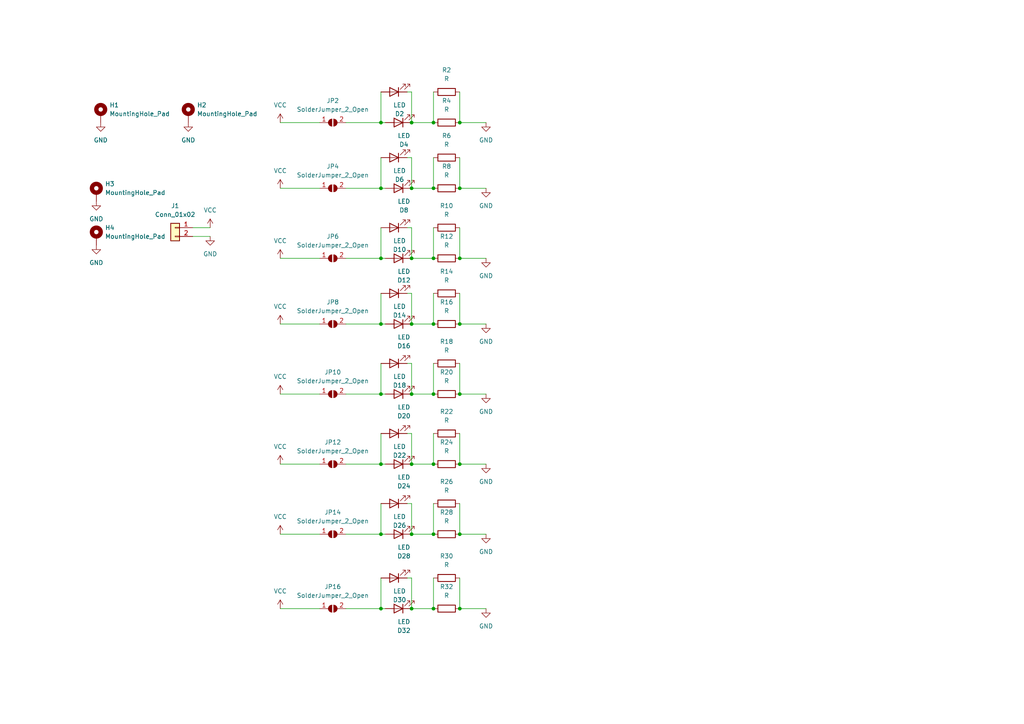
<source format=kicad_sch>
(kicad_sch (version 20211123) (generator eeschema)
  (paper "A4")
  (lib_symbols
    (symbol "Connector_Generic:Conn_01x02" (pin_names (offset 1.016) hide)
      (property "Reference" "J" (at 0 2.54 0))
      (property "Value" "Conn_01x02" (at 0 -5.08 0))
      (symbol "Conn_01x02_1_1"
        (rectangle (start -1.27 -2.413) (end 0 -2.667) (stroke (width 0.1524)))
        (rectangle (start -1.27 0.127) (end 0 -0.127) (stroke (width 0.1524)))
        (rectangle (start -1.27 1.27) (end 1.27 -3.81) (stroke (width 0.254)) (fill (type background)))
        (pin passive line (at -5.08 0 0) (length 3.81) (name "Pin_1") (number "1"))
        (pin passive line (at -5.08 -2.54 0) (length 3.81) (name "Pin_2") (number "2"))
      )
    )
    (symbol "Device:LED" (pin_numbers hide) (pin_names (offset 1.016) hide)
      (property "Reference" "D" (at 0 2.54 0))
      (property "Value" "LED" (at 0 -2.54 0))
      (symbol "LED_0_1"
        (polyline (pts (xy -1.27 -1.27) (xy -1.27 1.27)) (stroke (width 0.254)))
        (polyline (pts (xy -1.27 0) (xy 1.27 0)))
        (polyline (pts (xy 1.27 -1.27) (xy 1.27 1.27) (xy -1.27 0) (xy 1.27 -1.27)) (stroke (width 0.254)))
        (polyline (pts (xy -3.048 -0.762) (xy -4.572 -2.286) (xy -3.81 -2.286) (xy -4.572 -2.286) (xy -4.572 -1.524)))
        (polyline (pts (xy -1.778 -0.762) (xy -3.302 -2.286) (xy -2.54 -2.286) (xy -3.302 -2.286) (xy -3.302 -1.524)))
      )
      (symbol "LED_1_1"
        (pin passive line (at -3.81 0 0) (length 2.54) (name "K") (number "1"))
        (pin passive line (at 3.81 0 180) (length 2.54) (name "A") (number "2"))
      )
    )
    (symbol "Device:R" (pin_numbers hide) (pin_names (offset 0))
      (property "Reference" "R" (at 2.032 0 90))
      (property "Value" "R" (at 0 0 90))
      (symbol "R_0_1"
        (rectangle (start -1.016 -2.54) (end 1.016 2.54) (stroke (width 0.254)))
      )
      (symbol "R_1_1"
        (pin passive line (at 0 3.81 270) (length 1.27) (name "~") (number "1"))
        (pin passive line (at 0 -3.81 90) (length 1.27) (name "~") (number "2"))
      )
    )
    (symbol "Jumper:SolderJumper_2_Open" (pin_names (offset 0) hide)
      (property "Reference" "JP" (at 0 2.032 0))
      (property "Value" "SolderJumper_2_Open" (at 0 -2.54 0))
      (symbol "SolderJumper_2_Open_0_1"
        (arc (start -0.254 1.016) (mid -1.27 0) (end -0.254 -1.016))
        (arc (start -0.254 1.016) (mid -1.27 0) (end -0.254 -1.016) (fill (type outline)))
        (polyline (pts (xy -0.254 1.016) (xy -0.254 -1.016)))
        (polyline (pts (xy 0.254 1.016) (xy 0.254 -1.016)))
        (arc (start 0.254 -1.016) (mid 1.27 0) (end 0.254 1.016))
        (arc (start 0.254 -1.016) (mid 1.27 0) (end 0.254 1.016) (fill (type outline)))
      )
      (symbol "SolderJumper_2_Open_1_1"
        (pin passive line (at -3.81 0 0) (length 2.54) (name "A") (number "1"))
        (pin passive line (at 3.81 0 180) (length 2.54) (name "B") (number "2"))
      )
    )
    (symbol "Mechanical:MountingHole_Pad" (pin_numbers hide) (pin_names (offset 1.016) hide)
      (property "Reference" "H" (at 0 6.35 0))
      (property "Value" "MountingHole_Pad" (at 0 4.445 0))
      (symbol "MountingHole_Pad_0_1"
        (circle (center 0 1.27) (radius 1.27) (stroke (width 1.27)))
      )
      (symbol "MountingHole_Pad_1_1"
        (pin input line (at 0 -2.54 90) (length 2.54) (name "1") (number "1"))
      )
    )
    (symbol "power:GND" (power) (pin_names (offset 0))
      (property "Value" "GND" (at 0 -3.81 0))
      (symbol "GND_0_1"
        (polyline (pts (xy 0 0) (xy 0 -1.27) (xy 1.27 -1.27) (xy 0 -2.54) (xy -1.27 -1.27) (xy 0 -1.27)))
      )
      (symbol "GND_1_1"
        (pin power_in line (at 0 0 270) (length 0) hide (name "GND") (number "1"))
      )
    )
    (symbol "power:VCC" (power) (pin_names (offset 0))
      (property "Value" "VCC" (at 0 3.81 0))
      (symbol "VCC_0_1"
        (polyline (pts (xy -0.762 1.27) (xy 0 2.54)))
        (polyline (pts (xy 0 0) (xy 0 2.54)))
        (polyline (pts (xy 0 2.54) (xy 0.762 1.27)))
      )
      (symbol "VCC_1_1"
        (pin power_in line (at 0 0 90) (length 0) hide (name "VCC") (number "1"))
      )
    )
  )
  (junction (at 110.49 154.94))
  (junction (at 125.73 54.61))
  (junction (at 133.35 154.94))
  (junction (at 125.73 74.93))
  (junction (at 133.35 114.3))
  (junction (at 119.38 93.98))
  (junction (at 133.35 74.93))
  (junction (at 125.73 35.56))
  (junction (at 119.38 154.94))
  (junction (at 110.49 54.61))
  (junction (at 133.35 134.62))
  (junction (at 110.49 114.3))
  (junction (at 119.38 74.93))
  (junction (at 119.38 35.56))
  (junction (at 133.35 54.61))
  (junction (at 133.35 35.56))
  (junction (at 110.49 176.53))
  (junction (at 110.49 93.98))
  (junction (at 125.73 134.62))
  (junction (at 133.35 176.53))
  (junction (at 119.38 134.62))
  (junction (at 119.38 114.3))
  (junction (at 125.73 93.98))
  (junction (at 110.49 74.93))
  (junction (at 125.73 154.94))
  (junction (at 125.73 114.3))
  (junction (at 119.38 54.61))
  (junction (at 133.35 93.98))
  (junction (at 119.38 176.53))
  (junction (at 110.49 134.62))
  (junction (at 110.49 35.56))
  (junction (at 125.73 176.53))
  (wire (pts (xy 110.49 105.41) (xy 110.49 114.3)))
  (wire (pts (xy 125.73 45.72) (xy 125.73 54.61)))
  (wire (pts (xy 118.11 146.05) (xy 119.38 146.05)))
  (wire (pts (xy 119.38 54.61) (xy 119.38 45.72)))
  (wire (pts (xy 119.38 154.94) (xy 125.73 154.94)))
  (wire (pts (xy 118.11 105.41) (xy 119.38 105.41)))
  (wire (pts (xy 133.35 176.53) (xy 140.97 176.53)))
  (wire (pts (xy 81.28 93.98) (xy 92.71 93.98)))
  (wire (pts (xy 133.35 26.67) (xy 133.35 35.56)))
  (wire (pts (xy 100.33 114.3) (xy 110.49 114.3)))
  (wire (pts (xy 133.35 154.94) (xy 140.97 154.94)))
  (wire (pts (xy 118.11 167.64) (xy 119.38 167.64)))
  (wire (pts (xy 125.73 66.04) (xy 125.73 74.93)))
  (wire (pts (xy 119.38 74.93) (xy 125.73 74.93)))
  (wire (pts (xy 119.38 176.53) (xy 125.73 176.53)))
  (wire (pts (xy 100.33 93.98) (xy 110.49 93.98)))
  (wire (pts (xy 119.38 176.53) (xy 119.38 167.64)))
  (wire (pts (xy 125.73 85.09) (xy 125.73 93.98)))
  (wire (pts (xy 119.38 93.98) (xy 119.38 85.09)))
  (wire (pts (xy 100.33 176.53) (xy 110.49 176.53)))
  (wire (pts (xy 118.11 26.67) (xy 119.38 26.67)))
  (wire (pts (xy 125.73 146.05) (xy 125.73 154.94)))
  (wire (pts (xy 119.38 154.94) (xy 119.38 146.05)))
  (wire (pts (xy 110.49 176.53) (xy 111.76 176.53)))
  (wire (pts (xy 133.35 93.98) (xy 140.97 93.98)))
  (wire (pts (xy 118.11 66.04) (xy 119.38 66.04)))
  (wire (pts (xy 118.11 85.09) (xy 119.38 85.09)))
  (wire (pts (xy 110.49 54.61) (xy 111.76 54.61)))
  (wire (pts (xy 119.38 134.62) (xy 119.38 125.73)))
  (wire (pts (xy 81.28 35.56) (xy 92.71 35.56)))
  (wire (pts (xy 110.49 85.09) (xy 110.49 93.98)))
  (wire (pts (xy 110.49 134.62) (xy 111.76 134.62)))
  (wire (pts (xy 55.88 66.04) (xy 60.96 66.04)))
  (wire (pts (xy 119.38 35.56) (xy 125.73 35.56)))
  (wire (pts (xy 133.35 105.41) (xy 133.35 114.3)))
  (wire (pts (xy 81.28 54.61) (xy 92.71 54.61)))
  (wire (pts (xy 110.49 45.72) (xy 110.49 54.61)))
  (wire (pts (xy 133.35 54.61) (xy 140.97 54.61)))
  (wire (pts (xy 133.35 85.09) (xy 133.35 93.98)))
  (wire (pts (xy 125.73 167.64) (xy 125.73 176.53)))
  (wire (pts (xy 100.33 54.61) (xy 110.49 54.61)))
  (wire (pts (xy 119.38 114.3) (xy 125.73 114.3)))
  (wire (pts (xy 125.73 105.41) (xy 125.73 114.3)))
  (wire (pts (xy 125.73 26.67) (xy 125.73 35.56)))
  (wire (pts (xy 100.33 134.62) (xy 110.49 134.62)))
  (wire (pts (xy 133.35 167.64) (xy 133.35 176.53)))
  (wire (pts (xy 100.33 74.93) (xy 110.49 74.93)))
  (wire (pts (xy 110.49 66.04) (xy 110.49 74.93)))
  (wire (pts (xy 81.28 74.93) (xy 92.71 74.93)))
  (wire (pts (xy 119.38 134.62) (xy 125.73 134.62)))
  (wire (pts (xy 81.28 134.62) (xy 92.71 134.62)))
  (wire (pts (xy 100.33 35.56) (xy 110.49 35.56)))
  (wire (pts (xy 133.35 114.3) (xy 140.97 114.3)))
  (wire (pts (xy 133.35 45.72) (xy 133.35 54.61)))
  (wire (pts (xy 133.35 125.73) (xy 133.35 134.62)))
  (wire (pts (xy 81.28 114.3) (xy 92.71 114.3)))
  (wire (pts (xy 118.11 125.73) (xy 119.38 125.73)))
  (wire (pts (xy 133.35 134.62) (xy 140.97 134.62)))
  (wire (pts (xy 118.11 45.72) (xy 119.38 45.72)))
  (wire (pts (xy 110.49 146.05) (xy 110.49 154.94)))
  (wire (pts (xy 110.49 74.93) (xy 111.76 74.93)))
  (wire (pts (xy 81.28 154.94) (xy 92.71 154.94)))
  (wire (pts (xy 119.38 114.3) (xy 119.38 105.41)))
  (wire (pts (xy 110.49 114.3) (xy 111.76 114.3)))
  (wire (pts (xy 100.33 154.94) (xy 110.49 154.94)))
  (wire (pts (xy 110.49 125.73) (xy 110.49 134.62)))
  (wire (pts (xy 125.73 125.73) (xy 125.73 134.62)))
  (wire (pts (xy 110.49 35.56) (xy 111.76 35.56)))
  (wire (pts (xy 133.35 35.56) (xy 140.97 35.56)))
  (wire (pts (xy 119.38 35.56) (xy 119.38 26.67)))
  (wire (pts (xy 110.49 26.67) (xy 110.49 35.56)))
  (wire (pts (xy 55.88 68.58) (xy 60.96 68.58)))
  (wire (pts (xy 81.28 176.53) (xy 92.71 176.53)))
  (wire (pts (xy 119.38 54.61) (xy 125.73 54.61)))
  (wire (pts (xy 110.49 154.94) (xy 111.76 154.94)))
  (wire (pts (xy 133.35 74.93) (xy 140.97 74.93)))
  (wire (pts (xy 110.49 167.64) (xy 110.49 176.53)))
  (wire (pts (xy 119.38 74.93) (xy 119.38 66.04)))
  (wire (pts (xy 119.38 93.98) (xy 125.73 93.98)))
  (wire (pts (xy 133.35 66.04) (xy 133.35 74.93)))
  (wire (pts (xy 133.35 146.05) (xy 133.35 154.94)))
  (wire (pts (xy 110.49 93.98) (xy 111.76 93.98)))
  (symbol (lib_id "Device:LED") (at 115.57 154.94 180) (unit 1)
    (property "Reference" "D28" (at 117.1575 161.29 0))
    (property "Value" "LED" (at 117.1575 158.75 0))
    (property "Footprint" "LED_SMD:LED_0805_2012Metric_Pad1.15x1.40mm_HandSolder" (effects hide))
  )
  (symbol (lib_id "Device:R") (at 129.54 66.04 270) (unit 1)
    (property "Reference" "R10" (at 129.54 59.69 90))
    (property "Value" "R" (at 129.54 62.23 90))
    (property "Footprint" "Resistor_SMD:R_0603_1608Metric_Pad0.98x0.95mm_HandSolder" (effects hide))
  )
  (symbol (lib_id "Device:R") (at 129.54 45.72 270) (unit 1)
    (property "Reference" "R6" (at 129.54 39.37 90))
    (property "Value" "R" (at 129.54 41.91 90))
    (property "Footprint" "Resistor_SMD:R_0603_1608Metric_Pad0.98x0.95mm_HandSolder" (effects hide))
  )
  (symbol (lib_id "Device:LED") (at 115.57 93.98 180) (unit 1)
    (property "Reference" "D16" (at 117.1575 100.33 0))
    (property "Value" "LED" (at 117.1575 97.79 0))
    (property "Footprint" "LED_SMD:LED_0805_2012Metric_Pad1.15x1.40mm_HandSolder" (effects hide))
  )
  (symbol (lib_id "Mechanical:MountingHole_Pad") (at 29.21 33.02 0) (unit 1)
    (property "Reference" "H1" (at 31.75 30.4799 0) (effects (justify left)))
    (property "Value" "MountingHole_Pad" (at 31.75 33.0199 0) (effects (justify left)))
    (property "Footprint" "MountingHole:MountingHole_3.2mm_M3_Pad_Via" (effects hide))
  )
  (symbol (lib_id "Device:R") (at 129.54 93.98 270) (unit 1)
    (property "Reference" "R16" (at 129.54 87.63 90))
    (property "Value" "R" (at 129.54 90.17 90))
    (property "Footprint" "Resistor_SMD:R_0805_2012Metric_Pad1.20x1.40mm_HandSolder" (effects hide))
  )
  (symbol (lib_id "Jumper:SolderJumper_2_Open") (at 96.52 54.61 0) (unit 1)
    (property "Reference" "JP4" (at 96.52 48.26 0))
    (property "Value" "SolderJumper_2_Open" (at 96.52 50.8 0))
    (property "Footprint" "Jumper:SolderJumper-2_P1.3mm_Open_RoundedPad1.0x1.5mm" (effects hide))
  )
  (symbol (lib_id "power:GND") (at 140.97 154.94 0) (unit 1)
    (property "Reference" "#PWR034" (effects hide))
    (property "Value" "GND" (at 140.97 160.02 0))
  )
  (symbol (lib_id "Device:LED") (at 114.3 105.41 180) (unit 1)
    (property "Reference" "D18" (at 115.8875 111.76 0))
    (property "Value" "LED" (at 115.8875 109.22 0))
    (property "Footprint" "LED_SMD:LED_0603_1608Metric_Pad1.05x0.95mm_HandSolder" (effects hide))
  )
  (symbol (lib_id "Device:LED") (at 114.3 167.64 180) (unit 1)
    (property "Reference" "D30" (at 115.8875 173.99 0))
    (property "Value" "LED" (at 115.8875 171.45 0))
    (property "Footprint" "LED_SMD:LED_0603_1608Metric_Pad1.05x0.95mm_HandSolder" (effects hide))
  )
  (symbol (lib_id "Jumper:SolderJumper_2_Open") (at 96.52 35.56 0) (unit 1)
    (property "Reference" "JP2" (at 96.52 29.21 0))
    (property "Value" "SolderJumper_2_Open" (at 96.52 31.75 0))
    (property "Footprint" "Jumper:SolderJumper-2_P1.3mm_Open_RoundedPad1.0x1.5mm" (effects hide))
  )
  (symbol (lib_id "Device:R") (at 129.54 35.56 270) (unit 1)
    (property "Reference" "R4" (at 129.54 29.21 90))
    (property "Value" "R" (at 129.54 31.75 90))
    (property "Footprint" "Resistor_SMD:R_0805_2012Metric_Pad1.20x1.40mm_HandSolder" (effects hide))
  )
  (symbol (lib_id "Device:R") (at 129.54 167.64 270) (unit 1)
    (property "Reference" "R30" (at 129.54 161.29 90))
    (property "Value" "R" (at 129.54 163.83 90))
    (property "Footprint" "Resistor_SMD:R_0603_1608Metric_Pad0.98x0.95mm_HandSolder" (effects hide))
  )
  (symbol (lib_id "Device:LED") (at 114.3 26.67 180) (unit 1)
    (property "Reference" "D2" (at 115.8875 33.02 0))
    (property "Value" "LED" (at 115.8875 30.48 0))
    (property "Footprint" "LED_SMD:LED_0603_1608Metric_Pad1.05x0.95mm_HandSolder" (effects hide))
  )
  (symbol (lib_id "Device:R") (at 129.54 26.67 270) (unit 1)
    (property "Reference" "R2" (at 129.54 20.32 90))
    (property "Value" "R" (at 129.54 22.86 90))
    (property "Footprint" "Resistor_SMD:R_0603_1608Metric_Pad0.98x0.95mm_HandSolder" (effects hide))
  )
  (symbol (lib_id "power:VCC") (at 81.28 54.61 0) (unit 1)
    (property "Reference" "#PWR09" (effects hide))
    (property "Value" "VCC" (at 81.28 49.53 0))
  )
  (symbol (lib_id "Device:R") (at 129.54 74.93 270) (unit 1)
    (property "Reference" "R12" (at 129.54 68.58 90))
    (property "Value" "R" (at 129.54 71.12 90))
    (property "Footprint" "Resistor_SMD:R_0805_2012Metric_Pad1.20x1.40mm_HandSolder" (effects hide))
  )
  (symbol (lib_id "Jumper:SolderJumper_2_Open") (at 96.52 134.62 0) (unit 1)
    (property "Reference" "JP12" (at 96.52 128.27 0))
    (property "Value" "SolderJumper_2_Open" (at 96.52 130.81 0))
    (property "Footprint" "Jumper:SolderJumper-2_P1.3mm_Open_RoundedPad1.0x1.5mm" (effects hide))
  )
  (symbol (lib_id "power:GND") (at 29.21 35.56 0) (unit 1)
    (property "Reference" "#PWR03" (effects hide))
    (property "Value" "GND" (at 29.21 40.64 0))
  )
  (symbol (lib_id "power:GND") (at 140.97 134.62 0) (unit 1)
    (property "Reference" "#PWR030" (effects hide))
    (property "Value" "GND" (at 140.97 139.7 0))
  )
  (symbol (lib_id "power:GND") (at 140.97 54.61 0) (unit 1)
    (property "Reference" "#PWR010" (effects hide))
    (property "Value" "GND" (at 140.97 59.69 0))
  )
  (symbol (lib_id "power:GND") (at 27.94 58.42 0) (unit 1)
    (property "Reference" "#PWR011" (effects hide))
    (property "Value" "GND" (at 27.94 63.5 0))
  )
  (symbol (lib_id "Device:LED") (at 115.57 114.3 180) (unit 1)
    (property "Reference" "D20" (at 117.1575 120.65 0))
    (property "Value" "LED" (at 117.1575 118.11 0))
    (property "Footprint" "LED_SMD:LED_0805_2012Metric_Pad1.15x1.40mm_HandSolder" (effects hide))
  )
  (symbol (lib_id "Jumper:SolderJumper_2_Open") (at 96.52 114.3 0) (unit 1)
    (property "Reference" "JP10" (at 96.52 107.95 0))
    (property "Value" "SolderJumper_2_Open" (at 96.52 110.49 0))
    (property "Footprint" "Jumper:SolderJumper-2_P1.3mm_Open_RoundedPad1.0x1.5mm" (effects hide))
  )
  (symbol (lib_id "Device:R") (at 129.54 146.05 270) (unit 1)
    (property "Reference" "R26" (at 129.54 139.7 90))
    (property "Value" "R" (at 129.54 142.24 90))
    (property "Footprint" "Resistor_SMD:R_0603_1608Metric_Pad0.98x0.95mm_HandSolder" (effects hide))
  )
  (symbol (lib_id "power:GND") (at 140.97 114.3 0) (unit 1)
    (property "Reference" "#PWR026" (effects hide))
    (property "Value" "GND" (at 140.97 119.38 0))
  )
  (symbol (lib_id "Device:R") (at 129.54 54.61 270) (unit 1)
    (property "Reference" "R8" (at 129.54 48.26 90))
    (property "Value" "R" (at 129.54 50.8 90))
    (property "Footprint" "Resistor_SMD:R_0805_2012Metric_Pad1.20x1.40mm_HandSolder" (effects hide))
  )
  (symbol (lib_id "Jumper:SolderJumper_2_Open") (at 96.52 176.53 0) (unit 1)
    (property "Reference" "JP16" (at 96.52 170.18 0))
    (property "Value" "SolderJumper_2_Open" (at 96.52 172.72 0))
    (property "Footprint" "Jumper:SolderJumper-2_P1.3mm_Open_RoundedPad1.0x1.5mm" (effects hide))
  )
  (symbol (lib_id "Device:R") (at 129.54 176.53 270) (unit 1)
    (property "Reference" "R32" (at 129.54 170.18 90))
    (property "Value" "R" (at 129.54 172.72 90))
    (property "Footprint" "Resistor_SMD:R_0805_2012Metric_Pad1.20x1.40mm_HandSolder" (effects hide))
  )
  (symbol (lib_id "Device:LED") (at 114.3 45.72 180) (unit 1)
    (property "Reference" "D6" (at 115.8875 52.07 0))
    (property "Value" "LED" (at 115.8875 49.53 0))
    (property "Footprint" "LED_SMD:LED_0603_1608Metric_Pad1.05x0.95mm_HandSolder" (effects hide))
  )
  (symbol (lib_id "power:GND") (at 60.96 68.58 0) (unit 1)
    (property "Reference" "#PWR013" (effects hide))
    (property "Value" "GND" (at 60.96 73.66 0))
  )
  (symbol (lib_id "Device:R") (at 129.54 85.09 270) (unit 1)
    (property "Reference" "R14" (at 129.54 78.74 90))
    (property "Value" "R" (at 129.54 81.28 90))
    (property "Footprint" "Resistor_SMD:R_0603_1608Metric_Pad0.98x0.95mm_HandSolder" (effects hide))
  )
  (symbol (lib_id "power:VCC") (at 81.28 154.94 0) (unit 1)
    (property "Reference" "#PWR033" (effects hide))
    (property "Value" "VCC" (at 81.28 149.86 0))
  )
  (symbol (lib_id "Device:R") (at 129.54 114.3 270) (unit 1)
    (property "Reference" "R20" (at 129.54 107.95 90))
    (property "Value" "R" (at 129.54 110.49 90))
    (property "Footprint" "Resistor_SMD:R_0805_2012Metric_Pad1.20x1.40mm_HandSolder" (effects hide))
  )
  (symbol (lib_id "power:GND") (at 140.97 93.98 0) (unit 1)
    (property "Reference" "#PWR022" (effects hide))
    (property "Value" "GND" (at 140.97 99.06 0))
  )
  (symbol (lib_id "Device:LED") (at 115.57 134.62 180) (unit 1)
    (property "Reference" "D24" (at 117.1575 140.97 0))
    (property "Value" "LED" (at 117.1575 138.43 0))
    (property "Footprint" "LED_SMD:LED_0805_2012Metric_Pad1.15x1.40mm_HandSolder" (effects hide))
  )
  (symbol (lib_id "Device:LED") (at 114.3 66.04 180) (unit 1)
    (property "Reference" "D10" (at 115.8875 72.39 0))
    (property "Value" "LED" (at 115.8875 69.85 0))
    (property "Footprint" "LED_SMD:LED_0603_1608Metric_Pad1.05x0.95mm_HandSolder" (effects hide))
  )
  (symbol (lib_id "power:VCC") (at 81.28 93.98 0) (unit 1)
    (property "Reference" "#PWR021" (effects hide))
    (property "Value" "VCC" (at 81.28 88.9 0))
  )
  (symbol (lib_id "Connector_Generic:Conn_01x02") (at 50.8 66.04 0) (mirror y) (unit 1)
    (property "Reference" "J1" (at 50.8 59.69 0))
    (property "Value" "Conn_01x02" (at 50.8 62.23 0))
    (property "Footprint" "TerminalBlock:TerminalBlock_bornier-2_P5.08mm" (effects hide))
  )
  (symbol (lib_id "power:VCC") (at 81.28 114.3 0) (unit 1)
    (property "Reference" "#PWR025" (effects hide))
    (property "Value" "VCC" (at 81.28 109.22 0))
  )
  (symbol (lib_id "power:VCC") (at 81.28 134.62 0) (unit 1)
    (property "Reference" "#PWR029" (effects hide))
    (property "Value" "VCC" (at 81.28 129.54 0))
  )
  (symbol (lib_id "power:GND") (at 54.61 35.56 0) (unit 1)
    (property "Reference" "#PWR04" (effects hide))
    (property "Value" "GND" (at 54.61 40.64 0))
  )
  (symbol (lib_id "Mechanical:MountingHole_Pad") (at 54.61 33.02 0) (unit 1)
    (property "Reference" "H2" (at 57.15 30.4799 0) (effects (justify left)))
    (property "Value" "MountingHole_Pad" (at 57.15 33.0199 0) (effects (justify left)))
    (property "Footprint" "MountingHole:MountingHole_3.2mm_M3_Pad_Via" (effects hide))
  )
  (symbol (lib_id "power:GND") (at 140.97 35.56 0) (unit 1)
    (property "Reference" "#PWR06" (effects hide))
    (property "Value" "GND" (at 140.97 40.64 0))
  )
  (symbol (lib_id "power:VCC") (at 81.28 74.93 0) (unit 1)
    (property "Reference" "#PWR017" (effects hide))
    (property "Value" "VCC" (at 81.28 69.85 0))
  )
  (symbol (lib_id "Device:LED") (at 115.57 176.53 180) (unit 1)
    (property "Reference" "D32" (at 117.1575 182.88 0))
    (property "Value" "LED" (at 117.1575 180.34 0))
    (property "Footprint" "LED_SMD:LED_0805_2012Metric_Pad1.15x1.40mm_HandSolder" (effects hide))
  )
  (symbol (lib_id "Device:LED") (at 115.57 74.93 180) (unit 1)
    (property "Reference" "D12" (at 117.1575 81.28 0))
    (property "Value" "LED" (at 117.1575 78.74 0))
    (property "Footprint" "LED_SMD:LED_0805_2012Metric_Pad1.15x1.40mm_HandSolder" (effects hide))
  )
  (symbol (lib_id "Device:R") (at 129.54 105.41 270) (unit 1)
    (property "Reference" "R18" (at 129.54 99.06 90))
    (property "Value" "R" (at 129.54 101.6 90))
    (property "Footprint" "Resistor_SMD:R_0603_1608Metric_Pad0.98x0.95mm_HandSolder" (effects hide))
  )
  (symbol (lib_id "Device:R") (at 129.54 125.73 270) (unit 1)
    (property "Reference" "R22" (at 129.54 119.38 90))
    (property "Value" "R" (at 129.54 121.92 90))
    (property "Footprint" "Resistor_SMD:R_0603_1608Metric_Pad0.98x0.95mm_HandSolder" (effects hide))
  )
  (symbol (lib_id "Mechanical:MountingHole_Pad") (at 27.94 55.88 0) (unit 1)
    (property "Reference" "H3" (at 30.48 53.3399 0) (effects (justify left)))
    (property "Value" "MountingHole_Pad" (at 30.48 55.8799 0) (effects (justify left)))
    (property "Footprint" "MountingHole:MountingHole_3.2mm_M3_Pad_Via" (effects hide))
  )
  (symbol (lib_id "Device:R") (at 129.54 134.62 270) (unit 1)
    (property "Reference" "R24" (at 129.54 128.27 90))
    (property "Value" "R" (at 129.54 130.81 90))
    (property "Footprint" "Resistor_SMD:R_0805_2012Metric_Pad1.20x1.40mm_HandSolder" (effects hide))
  )
  (symbol (lib_id "Jumper:SolderJumper_2_Open") (at 96.52 93.98 0) (unit 1)
    (property "Reference" "JP8" (at 96.52 87.63 0))
    (property "Value" "SolderJumper_2_Open" (at 96.52 90.17 0))
    (property "Footprint" "Jumper:SolderJumper-2_P1.3mm_Open_RoundedPad1.0x1.5mm" (effects hide))
  )
  (symbol (lib_id "power:VCC") (at 81.28 176.53 0) (unit 1)
    (property "Reference" "#PWR037" (effects hide))
    (property "Value" "VCC" (at 81.28 171.45 0))
  )
  (symbol (lib_id "Mechanical:MountingHole_Pad") (at 27.94 68.58 0) (unit 1)
    (property "Reference" "H4" (at 30.48 66.0399 0) (effects (justify left)))
    (property "Value" "MountingHole_Pad" (at 30.48 68.5799 0) (effects (justify left)))
    (property "Footprint" "MountingHole:MountingHole_3.2mm_M3_Pad_Via" (effects hide))
  )
  (symbol (lib_id "power:GND") (at 27.94 71.12 0) (unit 1)
    (property "Reference" "#PWR016" (effects hide))
    (property "Value" "GND" (at 27.94 76.2 0))
  )
  (symbol (lib_id "Device:LED") (at 115.57 54.61 180) (unit 1)
    (property "Reference" "D8" (at 117.1575 60.96 0))
    (property "Value" "LED" (at 117.1575 58.42 0))
    (property "Footprint" "LED_SMD:LED_0805_2012Metric_Pad1.15x1.40mm_HandSolder" (effects hide))
  )
  (symbol (lib_id "power:VCC") (at 60.96 66.04 0) (unit 1)
    (property "Reference" "#PWR012" (effects hide))
    (property "Value" "VCC" (at 60.96 60.96 0))
  )
  (symbol (lib_id "Device:LED") (at 114.3 146.05 180) (unit 1)
    (property "Reference" "D26" (at 115.8875 152.4 0))
    (property "Value" "LED" (at 115.8875 149.86 0))
    (property "Footprint" "LED_SMD:LED_0603_1608Metric_Pad1.05x0.95mm_HandSolder" (effects hide))
  )
  (symbol (lib_id "Jumper:SolderJumper_2_Open") (at 96.52 154.94 0) (unit 1)
    (property "Reference" "JP14" (at 96.52 148.59 0))
    (property "Value" "SolderJumper_2_Open" (at 96.52 151.13 0))
    (property "Footprint" "Jumper:SolderJumper-2_P1.3mm_Open_RoundedPad1.0x1.5mm" (effects hide))
  )
  (symbol (lib_id "Device:LED") (at 114.3 85.09 180) (unit 1)
    (property "Reference" "D14" (at 115.8875 91.44 0))
    (property "Value" "LED" (at 115.8875 88.9 0))
    (property "Footprint" "LED_SMD:LED_0603_1608Metric_Pad1.05x0.95mm_HandSolder" (effects hide))
  )
  (symbol (lib_id "power:VCC") (at 81.28 35.56 0) (unit 1)
    (property "Reference" "#PWR05" (effects hide))
    (property "Value" "VCC" (at 81.28 30.48 0))
  )
  (symbol (lib_id "Jumper:SolderJumper_2_Open") (at 96.52 74.93 0) (unit 1)
    (property "Reference" "JP6" (at 96.52 68.58 0))
    (property "Value" "SolderJumper_2_Open" (at 96.52 71.12 0))
    (property "Footprint" "Jumper:SolderJumper-2_P1.3mm_Open_RoundedPad1.0x1.5mm" (effects hide))
  )
  (symbol (lib_id "power:GND") (at 140.97 74.93 0) (unit 1)
    (property "Reference" "#PWR018" (effects hide))
    (property "Value" "GND" (at 140.97 80.01 0))
  )
  (symbol (lib_id "Device:LED") (at 114.3 125.73 180) (unit 1)
    (property "Reference" "D22" (at 115.8875 132.08 0))
    (property "Value" "LED" (at 115.8875 129.54 0))
    (property "Footprint" "LED_SMD:LED_0603_1608Metric_Pad1.05x0.95mm_HandSolder" (effects hide))
  )
  (symbol (lib_id "Device:LED") (at 115.57 35.56 180) (unit 1)
    (property "Reference" "D4" (at 117.1575 41.91 0))
    (property "Value" "LED" (at 117.1575 39.37 0))
    (property "Footprint" "LED_SMD:LED_0805_2012Metric_Pad1.15x1.40mm_HandSolder" (effects hide))
  )
  (symbol (lib_id "Device:R") (at 129.54 154.94 270) (unit 1)
    (property "Reference" "R28" (at 129.54 148.59 90))
    (property "Value" "R" (at 129.54 151.13 90))
    (property "Footprint" "Resistor_SMD:R_0805_2012Metric_Pad1.20x1.40mm_HandSolder" (effects hide))
  )
  (symbol (lib_id "power:GND") (at 140.97 176.53 0) (unit 1)
    (property "Reference" "#PWR038" (effects hide))
    (property "Value" "GND" (at 140.97 181.61 0))
  )
)
</source>
